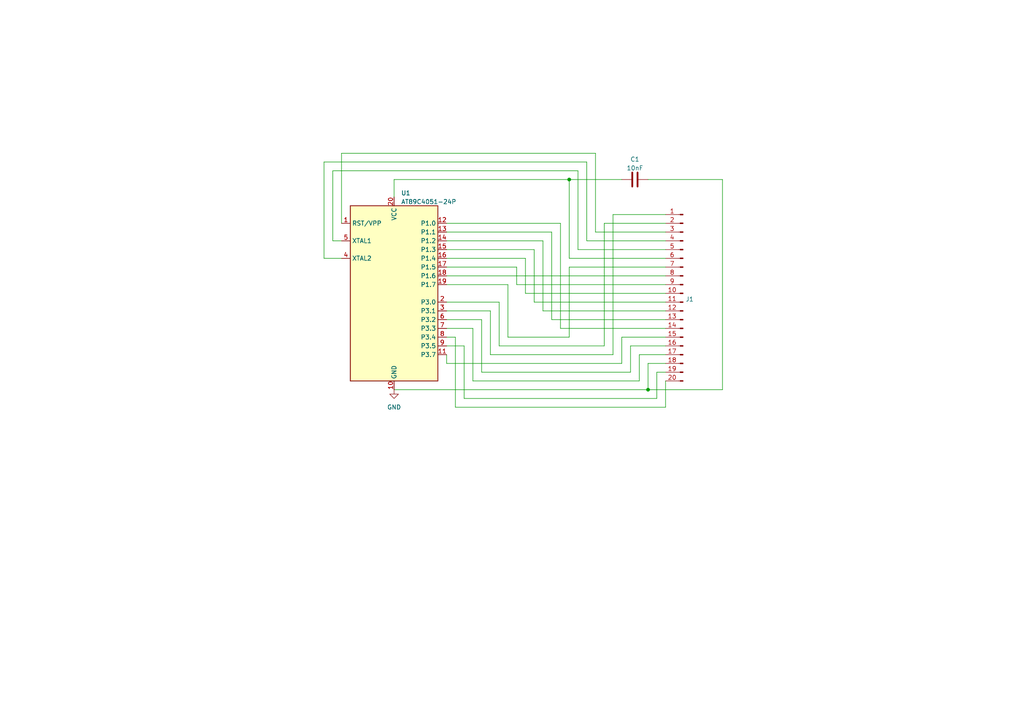
<source format=kicad_sch>
(kicad_sch (version 20211123) (generator eeschema)
  (paper "A4")
  (lib_symbols
    (symbol "Connector:Conn_01x20_Male" (pin_names (offset 1.016) hide)
      (property "Reference" "J" (at 0 25.4 0))
      (property "Value" "Conn_01x20_Male" (at 0 -27.94 0))
      (symbol "Conn_01x20_Male_1_1"
        (polyline (pts (xy 1.27 -25.4) (xy 0.8636 -25.4)) (stroke (width 0.1524)))
        (polyline (pts (xy 1.27 -22.86) (xy 0.8636 -22.86)) (stroke (width 0.1524)))
        (polyline (pts (xy 1.27 -20.32) (xy 0.8636 -20.32)) (stroke (width 0.1524)))
        (polyline (pts (xy 1.27 -17.78) (xy 0.8636 -17.78)) (stroke (width 0.1524)))
        (polyline (pts (xy 1.27 -15.24) (xy 0.8636 -15.24)) (stroke (width 0.1524)))
        (polyline (pts (xy 1.27 -12.7) (xy 0.8636 -12.7)) (stroke (width 0.1524)))
        (polyline (pts (xy 1.27 -10.16) (xy 0.8636 -10.16)) (stroke (width 0.1524)))
        (polyline (pts (xy 1.27 -7.62) (xy 0.8636 -7.62)) (stroke (width 0.1524)))
        (polyline (pts (xy 1.27 -5.08) (xy 0.8636 -5.08)) (stroke (width 0.1524)))
        (polyline (pts (xy 1.27 -2.54) (xy 0.8636 -2.54)) (stroke (width 0.1524)))
        (polyline (pts (xy 1.27 0) (xy 0.8636 0)) (stroke (width 0.1524)))
        (polyline (pts (xy 1.27 2.54) (xy 0.8636 2.54)) (stroke (width 0.1524)))
        (polyline (pts (xy 1.27 5.08) (xy 0.8636 5.08)) (stroke (width 0.1524)))
        (polyline (pts (xy 1.27 7.62) (xy 0.8636 7.62)) (stroke (width 0.1524)))
        (polyline (pts (xy 1.27 10.16) (xy 0.8636 10.16)) (stroke (width 0.1524)))
        (polyline (pts (xy 1.27 12.7) (xy 0.8636 12.7)) (stroke (width 0.1524)))
        (polyline (pts (xy 1.27 15.24) (xy 0.8636 15.24)) (stroke (width 0.1524)))
        (polyline (pts (xy 1.27 17.78) (xy 0.8636 17.78)) (stroke (width 0.1524)))
        (polyline (pts (xy 1.27 20.32) (xy 0.8636 20.32)) (stroke (width 0.1524)))
        (polyline (pts (xy 1.27 22.86) (xy 0.8636 22.86)) (stroke (width 0.1524)))
        (rectangle (start 0.8636 -25.273) (end 0 -25.527) (stroke (width 0.1524)) (fill (type outline)))
        (rectangle (start 0.8636 -22.733) (end 0 -22.987) (stroke (width 0.1524)) (fill (type outline)))
        (rectangle (start 0.8636 -20.193) (end 0 -20.447) (stroke (width 0.1524)) (fill (type outline)))
        (rectangle (start 0.8636 -17.653) (end 0 -17.907) (stroke (width 0.1524)) (fill (type outline)))
        (rectangle (start 0.8636 -15.113) (end 0 -15.367) (stroke (width 0.1524)) (fill (type outline)))
        (rectangle (start 0.8636 -12.573) (end 0 -12.827) (stroke (width 0.1524)) (fill (type outline)))
        (rectangle (start 0.8636 -10.033) (end 0 -10.287) (stroke (width 0.1524)) (fill (type outline)))
        (rectangle (start 0.8636 -7.493) (end 0 -7.747) (stroke (width 0.1524)) (fill (type outline)))
        (rectangle (start 0.8636 -4.953) (end 0 -5.207) (stroke (width 0.1524)) (fill (type outline)))
        (rectangle (start 0.8636 -2.413) (end 0 -2.667) (stroke (width 0.1524)) (fill (type outline)))
        (rectangle (start 0.8636 0.127) (end 0 -0.127) (stroke (width 0.1524)) (fill (type outline)))
        (rectangle (start 0.8636 2.667) (end 0 2.413) (stroke (width 0.1524)) (fill (type outline)))
        (rectangle (start 0.8636 5.207) (end 0 4.953) (stroke (width 0.1524)) (fill (type outline)))
        (rectangle (start 0.8636 7.747) (end 0 7.493) (stroke (width 0.1524)) (fill (type outline)))
        (rectangle (start 0.8636 10.287) (end 0 10.033) (stroke (width 0.1524)) (fill (type outline)))
        (rectangle (start 0.8636 12.827) (end 0 12.573) (stroke (width 0.1524)) (fill (type outline)))
        (rectangle (start 0.8636 15.367) (end 0 15.113) (stroke (width 0.1524)) (fill (type outline)))
        (rectangle (start 0.8636 17.907) (end 0 17.653) (stroke (width 0.1524)) (fill (type outline)))
        (rectangle (start 0.8636 20.447) (end 0 20.193) (stroke (width 0.1524)) (fill (type outline)))
        (rectangle (start 0.8636 22.987) (end 0 22.733) (stroke (width 0.1524)) (fill (type outline)))
        (pin passive line (at 5.08 22.86 180) (length 3.81) (name "Pin_1") (number "1"))
        (pin passive line (at 5.08 0 180) (length 3.81) (name "Pin_10") (number "10"))
        (pin passive line (at 5.08 -2.54 180) (length 3.81) (name "Pin_11") (number "11"))
        (pin passive line (at 5.08 -5.08 180) (length 3.81) (name "Pin_12") (number "12"))
        (pin passive line (at 5.08 -7.62 180) (length 3.81) (name "Pin_13") (number "13"))
        (pin passive line (at 5.08 -10.16 180) (length 3.81) (name "Pin_14") (number "14"))
        (pin passive line (at 5.08 -12.7 180) (length 3.81) (name "Pin_15") (number "15"))
        (pin passive line (at 5.08 -15.24 180) (length 3.81) (name "Pin_16") (number "16"))
        (pin passive line (at 5.08 -17.78 180) (length 3.81) (name "Pin_17") (number "17"))
        (pin passive line (at 5.08 -20.32 180) (length 3.81) (name "Pin_18") (number "18"))
        (pin passive line (at 5.08 -22.86 180) (length 3.81) (name "Pin_19") (number "19"))
        (pin passive line (at 5.08 20.32 180) (length 3.81) (name "Pin_2") (number "2"))
        (pin passive line (at 5.08 -25.4 180) (length 3.81) (name "Pin_20") (number "20"))
        (pin passive line (at 5.08 17.78 180) (length 3.81) (name "Pin_3") (number "3"))
        (pin passive line (at 5.08 15.24 180) (length 3.81) (name "Pin_4") (number "4"))
        (pin passive line (at 5.08 12.7 180) (length 3.81) (name "Pin_5") (number "5"))
        (pin passive line (at 5.08 10.16 180) (length 3.81) (name "Pin_6") (number "6"))
        (pin passive line (at 5.08 7.62 180) (length 3.81) (name "Pin_7") (number "7"))
        (pin passive line (at 5.08 5.08 180) (length 3.81) (name "Pin_8") (number "8"))
        (pin passive line (at 5.08 2.54 180) (length 3.81) (name "Pin_9") (number "9"))
      )
    )
    (symbol "Device:C" (pin_numbers hide) (pin_names (offset 0.254))
      (property "Reference" "C" (at 0.635 2.54 0))
      (property "Value" "C" (at 0.635 -2.54 0))
      (symbol "C_0_1"
        (polyline (pts (xy -2.032 -0.762) (xy 2.032 -0.762)) (stroke (width 0.508)))
        (polyline (pts (xy -2.032 0.762) (xy 2.032 0.762)) (stroke (width 0.508)))
      )
      (symbol "C_1_1"
        (pin passive line (at 0 3.81 270) (length 2.794) (name "~") (number "1"))
        (pin passive line (at 0 -3.81 90) (length 2.794) (name "~") (number "2"))
      )
    )
    (symbol "MCU_Microchip_8051:AT89C4051-24P"
      (property "Reference" "U" (at -12.7 26.67 0))
      (property "Value" "AT89C4051-24P" (at 2.54 -26.67 0))
      (symbol "AT89C4051-24P_0_1"
        (rectangle (start -12.7 -25.4) (end 12.7 25.4) (stroke (width 0.254)) (fill (type background)))
      )
      (symbol "AT89C4051-24P_1_1"
        (pin input line (at -15.24 20.32 0) (length 2.54) (name "RST/VPP") (number "1"))
        (pin power_in line (at 0 -27.94 90) (length 2.54) (name "GND") (number "10"))
        (pin bidirectional line (at 15.24 -17.78 180) (length 2.54) (name "P3.7") (number "11"))
        (pin bidirectional line (at 15.24 20.32 180) (length 2.54) (name "P1.0") (number "12"))
        (pin bidirectional line (at 15.24 17.78 180) (length 2.54) (name "P1.1") (number "13"))
        (pin bidirectional line (at 15.24 15.24 180) (length 2.54) (name "P1.2") (number "14"))
        (pin bidirectional line (at 15.24 12.7 180) (length 2.54) (name "P1.3") (number "15"))
        (pin bidirectional line (at 15.24 10.16 180) (length 2.54) (name "P1.4") (number "16"))
        (pin bidirectional line (at 15.24 7.62 180) (length 2.54) (name "P1.5") (number "17"))
        (pin bidirectional line (at 15.24 5.08 180) (length 2.54) (name "P1.6") (number "18"))
        (pin bidirectional line (at 15.24 2.54 180) (length 2.54) (name "P1.7") (number "19"))
        (pin bidirectional line (at 15.24 -2.54 180) (length 2.54) (name "P3.0") (number "2"))
        (pin power_in line (at 0 27.94 270) (length 2.54) (name "VCC") (number "20"))
        (pin bidirectional line (at 15.24 -5.08 180) (length 2.54) (name "P3.1") (number "3"))
        (pin output line (at -15.24 10.16 0) (length 2.54) (name "XTAL2") (number "4"))
        (pin input line (at -15.24 15.24 0) (length 2.54) (name "XTAL1") (number "5"))
        (pin bidirectional line (at 15.24 -7.62 180) (length 2.54) (name "P3.2") (number "6"))
        (pin bidirectional line (at 15.24 -10.16 180) (length 2.54) (name "P3.3") (number "7"))
        (pin bidirectional line (at 15.24 -12.7 180) (length 2.54) (name "P3.4") (number "8"))
        (pin bidirectional line (at 15.24 -15.24 180) (length 2.54) (name "P3.5") (number "9"))
      )
    )
    (symbol "power:GND" (power) (pin_names (offset 0))
      (property "Value" "GND" (at 0 -3.81 0))
      (symbol "GND_0_1"
        (polyline (pts (xy 0 0) (xy 0 -1.27) (xy 1.27 -1.27) (xy 0 -2.54) (xy -1.27 -1.27) (xy 0 -1.27)))
      )
      (symbol "GND_1_1"
        (pin power_in line (at 0 0 270) (length 0) hide (name "GND") (number "1"))
      )
    )
  )
  (junction (at 165.1 52.07))
  (junction (at 187.96 113.03))
  (wire (pts (xy 134.62 115.57) (xy 190.5 115.57)))
  (wire (pts (xy 165.1 77.47) (xy 193.04 77.47)))
  (wire (pts (xy 177.8 62.23) (xy 193.04 62.23)))
  (wire (pts (xy 142.24 102.87) (xy 177.8 102.87)))
  (wire (pts (xy 175.26 100.33) (xy 175.26 64.77)))
  (wire (pts (xy 114.3 113.03) (xy 187.96 113.03)))
  (wire (pts (xy 209.55 52.07) (xy 209.55 113.03)))
  (wire (pts (xy 154.94 72.39) (xy 154.94 87.63)))
  (wire (pts (xy 180.34 97.79) (xy 193.04 97.79)))
  (wire (pts (xy 177.8 102.87) (xy 177.8 62.23)))
  (wire (pts (xy 139.7 107.95) (xy 182.88 107.95)))
  (wire (pts (xy 180.34 97.79) (xy 180.34 105.41)))
  (wire (pts (xy 129.54 102.87) (xy 129.54 105.41)))
  (wire (pts (xy 172.72 44.45) (xy 172.72 67.31)))
  (wire (pts (xy 170.18 46.99) (xy 170.18 69.85)))
  (wire (pts (xy 157.48 69.85) (xy 157.48 90.17)))
  (wire (pts (xy 167.64 72.39) (xy 193.04 72.39)))
  (wire (pts (xy 129.54 90.17) (xy 142.24 90.17)))
  (wire (pts (xy 129.54 95.25) (xy 137.16 95.25)))
  (wire (pts (xy 167.64 49.53) (xy 167.64 72.39)))
  (wire (pts (xy 172.72 67.31) (xy 193.04 67.31)))
  (wire (pts (xy 129.54 100.33) (xy 134.62 100.33)))
  (wire (pts (xy 149.86 82.55) (xy 193.04 82.55)))
  (wire (pts (xy 129.54 80.01) (xy 193.04 80.01)))
  (wire (pts (xy 190.5 107.95) (xy 193.04 107.95)))
  (wire (pts (xy 187.96 105.41) (xy 193.04 105.41)))
  (wire (pts (xy 147.32 97.79) (xy 165.1 97.79)))
  (wire (pts (xy 129.54 87.63) (xy 144.78 87.63)))
  (wire (pts (xy 154.94 87.63) (xy 193.04 87.63)))
  (wire (pts (xy 96.52 69.85) (xy 96.52 49.53)))
  (wire (pts (xy 129.54 92.71) (xy 139.7 92.71)))
  (wire (pts (xy 187.96 113.03) (xy 209.55 113.03)))
  (wire (pts (xy 182.88 107.95) (xy 182.88 100.33)))
  (wire (pts (xy 132.08 97.79) (xy 132.08 118.11)))
  (wire (pts (xy 152.4 85.09) (xy 193.04 85.09)))
  (wire (pts (xy 165.1 97.79) (xy 165.1 77.47)))
  (wire (pts (xy 93.98 74.93) (xy 93.98 46.99)))
  (wire (pts (xy 99.06 64.77) (xy 99.06 44.45)))
  (wire (pts (xy 137.16 110.49) (xy 185.42 110.49)))
  (wire (pts (xy 185.42 102.87) (xy 193.04 102.87)))
  (wire (pts (xy 142.24 90.17) (xy 142.24 102.87)))
  (wire (pts (xy 99.06 44.45) (xy 172.72 44.45)))
  (wire (pts (xy 149.86 77.47) (xy 149.86 82.55)))
  (wire (pts (xy 175.26 64.77) (xy 193.04 64.77)))
  (wire (pts (xy 144.78 87.63) (xy 144.78 100.33)))
  (wire (pts (xy 139.7 92.71) (xy 139.7 107.95)))
  (wire (pts (xy 96.52 49.53) (xy 167.64 49.53)))
  (wire (pts (xy 187.96 105.41) (xy 187.96 113.03)))
  (wire (pts (xy 129.54 97.79) (xy 132.08 97.79)))
  (wire (pts (xy 93.98 46.99) (xy 170.18 46.99)))
  (wire (pts (xy 129.54 69.85) (xy 157.48 69.85)))
  (wire (pts (xy 129.54 64.77) (xy 162.56 64.77)))
  (wire (pts (xy 160.02 67.31) (xy 160.02 92.71)))
  (wire (pts (xy 187.96 52.07) (xy 209.55 52.07)))
  (wire (pts (xy 162.56 64.77) (xy 162.56 95.25)))
  (wire (pts (xy 129.54 74.93) (xy 152.4 74.93)))
  (wire (pts (xy 193.04 118.11) (xy 193.04 110.49)))
  (wire (pts (xy 160.02 92.71) (xy 193.04 92.71)))
  (wire (pts (xy 132.08 118.11) (xy 193.04 118.11)))
  (wire (pts (xy 165.1 74.93) (xy 193.04 74.93)))
  (wire (pts (xy 162.56 95.25) (xy 193.04 95.25)))
  (wire (pts (xy 129.54 105.41) (xy 180.34 105.41)))
  (wire (pts (xy 157.48 90.17) (xy 193.04 90.17)))
  (wire (pts (xy 93.98 74.93) (xy 99.06 74.93)))
  (wire (pts (xy 129.54 82.55) (xy 147.32 82.55)))
  (wire (pts (xy 144.78 100.33) (xy 175.26 100.33)))
  (wire (pts (xy 190.5 115.57) (xy 190.5 107.95)))
  (wire (pts (xy 182.88 100.33) (xy 193.04 100.33)))
  (wire (pts (xy 170.18 69.85) (xy 193.04 69.85)))
  (wire (pts (xy 165.1 52.07) (xy 180.34 52.07)))
  (wire (pts (xy 152.4 74.93) (xy 152.4 85.09)))
  (wire (pts (xy 165.1 52.07) (xy 165.1 74.93)))
  (wire (pts (xy 134.62 100.33) (xy 134.62 115.57)))
  (wire (pts (xy 114.3 57.15) (xy 114.3 52.07)))
  (wire (pts (xy 114.3 52.07) (xy 165.1 52.07)))
  (wire (pts (xy 96.52 69.85) (xy 99.06 69.85)))
  (wire (pts (xy 129.54 77.47) (xy 149.86 77.47)))
  (wire (pts (xy 129.54 72.39) (xy 154.94 72.39)))
  (wire (pts (xy 147.32 82.55) (xy 147.32 97.79)))
  (wire (pts (xy 137.16 95.25) (xy 137.16 110.49)))
  (wire (pts (xy 185.42 110.49) (xy 185.42 102.87)))
  (wire (pts (xy 129.54 67.31) (xy 160.02 67.31)))
  (symbol (lib_id "MCU_Microchip_8051:AT89C4051-24P") (at 114.3 85.09 0) (unit 1)
    (property "Reference" "U1" (at 116.3194 55.9902 0) (effects (justify left)))
    (property "Value" "AT89C4051-24P" (at 116.3194 58.5271 0) (effects (justify left)))
    (property "Footprint" "Package_DIP:DIP-20_W7.62mm_Socket_LongPads" (effects hide))
    (property "Datasheet" "http://ww1.microchip.com/downloads/en/DeviceDoc/doc1001.pdf" (effects hide))
  )
  (symbol (lib_id "Device:C") (at 184.15 52.07 90) (unit 1)
    (property "Reference" "C1" (at 184.15 46.2112 90))
    (property "Value" "10nF" (at 184.15 48.7481 90))
    (property "Footprint" "Capacitor_THT:C_Disc_D3.0mm_W2.0mm_P2.50mm" (effects hide))
  )
  (symbol (lib_id "power:GND") (at 114.3 113.03 0) (unit 1)
    (property "Reference" "#PWR?" (effects hide))
    (property "Value" "GND" (at 114.3 118.11 0))
  )
  (symbol (lib_id "Connector:Conn_01x20_Male") (at 198.12 85.09 0) (mirror y) (unit 1)
    (property "Reference" "J1" (at 198.8312 86.7938 0) (effects (justify right)))
    (property "Value" "Conn_01x20_Male" (effects hide))
    (property "Footprint" "Connector_PinHeader_2.54mm:PinHeader_1x20_P2.54mm_Vertical" (effects hide))
  )
)
</source>
